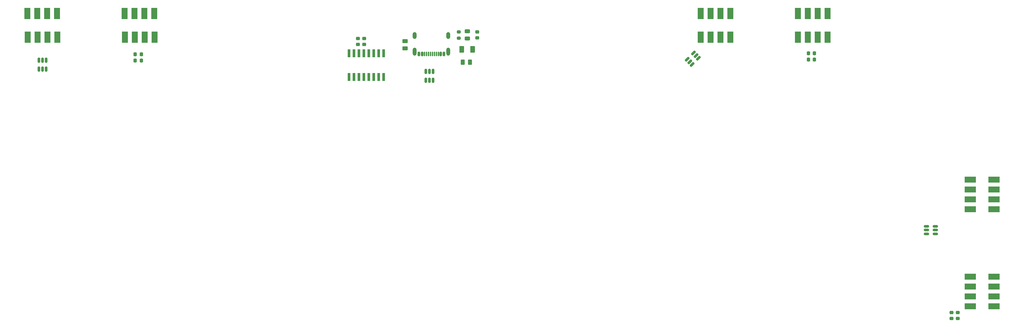
<source format=gtp>
G04 #@! TF.GenerationSoftware,KiCad,Pcbnew,8.0.4*
G04 #@! TF.CreationDate,2025-02-27T13:51:43-05:00*
G04 #@! TF.ProjectId,CustomKeyboard,43757374-6f6d-44b6-9579-626f6172642e,rev?*
G04 #@! TF.SameCoordinates,Original*
G04 #@! TF.FileFunction,Paste,Top*
G04 #@! TF.FilePolarity,Positive*
%FSLAX46Y46*%
G04 Gerber Fmt 4.6, Leading zero omitted, Abs format (unit mm)*
G04 Created by KiCad (PCBNEW 8.0.4) date 2025-02-27 13:51:43*
%MOMM*%
%LPD*%
G01*
G04 APERTURE LIST*
G04 Aperture macros list*
%AMRoundRect*
0 Rectangle with rounded corners*
0 $1 Rounding radius*
0 $2 $3 $4 $5 $6 $7 $8 $9 X,Y pos of 4 corners*
0 Add a 4 corners polygon primitive as box body*
4,1,4,$2,$3,$4,$5,$6,$7,$8,$9,$2,$3,0*
0 Add four circle primitives for the rounded corners*
1,1,$1+$1,$2,$3*
1,1,$1+$1,$4,$5*
1,1,$1+$1,$6,$7*
1,1,$1+$1,$8,$9*
0 Add four rect primitives between the rounded corners*
20,1,$1+$1,$2,$3,$4,$5,0*
20,1,$1+$1,$4,$5,$6,$7,0*
20,1,$1+$1,$6,$7,$8,$9,0*
20,1,$1+$1,$8,$9,$2,$3,0*%
G04 Aperture macros list end*
%ADD10R,3.000000X1.500000*%
%ADD11R,1.500000X3.000000*%
%ADD12RoundRect,0.150000X-0.150000X0.512500X-0.150000X-0.512500X0.150000X-0.512500X0.150000X0.512500X0*%
%ADD13RoundRect,0.150000X0.512500X0.150000X-0.512500X0.150000X-0.512500X-0.150000X0.512500X-0.150000X0*%
%ADD14RoundRect,0.150000X0.256326X0.468458X-0.468458X-0.256326X-0.256326X-0.468458X0.468458X0.256326X0*%
%ADD15RoundRect,0.250000X-0.375000X-0.625000X0.375000X-0.625000X0.375000X0.625000X-0.375000X0.625000X0*%
%ADD16RoundRect,0.225000X0.250000X-0.225000X0.250000X0.225000X-0.250000X0.225000X-0.250000X-0.225000X0*%
%ADD17RoundRect,0.200000X-0.275000X0.200000X-0.275000X-0.200000X0.275000X-0.200000X0.275000X0.200000X0*%
%ADD18R,0.660400X2.032000*%
%ADD19O,1.000000X1.800000*%
%ADD20O,1.000000X2.100000*%
%ADD21RoundRect,0.150000X0.150000X0.425000X-0.150000X0.425000X-0.150000X-0.425000X0.150000X-0.425000X0*%
%ADD22RoundRect,0.075000X0.075000X0.500000X-0.075000X0.500000X-0.075000X-0.500000X0.075000X-0.500000X0*%
%ADD23RoundRect,0.250000X-0.450000X0.262500X-0.450000X-0.262500X0.450000X-0.262500X0.450000X0.262500X0*%
%ADD24RoundRect,0.225000X-0.250000X0.225000X-0.250000X-0.225000X0.250000X-0.225000X0.250000X0.225000X0*%
%ADD25RoundRect,0.225000X-0.225000X-0.250000X0.225000X-0.250000X0.225000X0.250000X-0.225000X0.250000X0*%
%ADD26RoundRect,0.150000X0.150000X-0.512500X0.150000X0.512500X-0.150000X0.512500X-0.150000X-0.512500X0*%
%ADD27RoundRect,0.243750X0.456250X-0.243750X0.456250X0.243750X-0.456250X0.243750X-0.456250X-0.243750X0*%
%ADD28RoundRect,0.250000X0.262500X0.450000X-0.262500X0.450000X-0.262500X-0.450000X0.262500X-0.450000X0*%
G04 APERTURE END LIST*
D10*
X338500000Y-108690000D03*
X338500000Y-111229999D03*
X338500000Y-113770001D03*
X338500000Y-116310000D03*
X338500000Y-83690000D03*
X338500000Y-86229999D03*
X338500000Y-88770001D03*
X338500000Y-91310000D03*
D11*
X288189999Y-41000000D03*
X290729998Y-41000000D03*
X293270000Y-41000000D03*
X295809999Y-41000000D03*
X263189999Y-40999999D03*
X265729998Y-40999999D03*
X268270000Y-40999999D03*
X270809999Y-40999999D03*
D12*
X95062499Y-55237500D03*
X94112500Y-55237500D03*
X93162501Y-55237500D03*
X93162501Y-52962500D03*
X94112500Y-52962500D03*
X95062499Y-52962500D03*
D13*
X323487500Y-97662499D03*
X323487500Y-96712500D03*
X323487500Y-95762501D03*
X321212500Y-95762501D03*
X321212500Y-96712500D03*
X321212500Y-97662499D03*
D14*
X261017417Y-54076085D03*
X260345666Y-53404334D03*
X259673915Y-52732583D03*
X261282583Y-51123915D03*
X261954334Y-51795666D03*
X262626085Y-52467417D03*
D15*
X201800000Y-50200000D03*
X204600000Y-50200000D03*
D16*
X175150000Y-48925000D03*
X175150000Y-47375000D03*
D17*
X201000000Y-45675000D03*
X201000000Y-47325000D03*
D10*
X332400000Y-91310000D03*
X332400000Y-86230000D03*
X332400000Y-88770000D03*
X332400000Y-83690000D03*
D18*
X172804999Y-57323400D03*
X174075000Y-57323400D03*
X175345001Y-57323400D03*
X176615000Y-57323400D03*
X177885000Y-57323400D03*
X179154999Y-57323400D03*
X180425000Y-57323400D03*
X181695001Y-57323400D03*
X181695001Y-51176600D03*
X180425000Y-51176600D03*
X179154999Y-51176600D03*
X177885000Y-51176600D03*
X176615000Y-51176600D03*
X175345001Y-51176600D03*
X174075000Y-51176600D03*
X172804999Y-51176600D03*
D11*
X295810000Y-47100000D03*
X290730000Y-47100000D03*
X293270000Y-47100000D03*
X288190000Y-47100000D03*
D19*
X189680000Y-46625000D03*
D20*
X189680000Y-50805000D03*
D19*
X198320000Y-46625000D03*
D20*
X198320000Y-50805000D03*
D21*
X197200000Y-51380000D03*
X196400000Y-51380000D03*
D22*
X195750000Y-51380000D03*
X194750000Y-51380000D03*
X193250000Y-51380000D03*
X192250000Y-51380000D03*
D21*
X191600000Y-51380000D03*
X190800000Y-51380000D03*
X190800000Y-51380000D03*
X191600000Y-51380000D03*
D22*
X192750000Y-51379999D03*
X193750000Y-51380000D03*
X194250000Y-51380000D03*
X195250000Y-51379999D03*
D21*
X196400000Y-51380000D03*
X197200000Y-51380000D03*
D11*
X122910000Y-47100000D03*
X117830000Y-47100000D03*
X120370000Y-47100000D03*
X115290000Y-47100000D03*
D23*
X187200000Y-48087500D03*
X187200000Y-49912500D03*
D24*
X329200000Y-117900000D03*
X329200000Y-119450000D03*
D25*
X117925000Y-51500000D03*
X119475000Y-51500000D03*
D10*
X332400000Y-116310000D03*
X332400000Y-111230000D03*
X332400000Y-113770000D03*
X332400000Y-108690000D03*
D26*
X192550002Y-58137500D03*
X193500001Y-58137500D03*
X194450000Y-58137500D03*
X194450000Y-55862500D03*
X193500001Y-55862500D03*
X192550002Y-55862500D03*
D27*
X203250000Y-47437501D03*
X203250000Y-45562499D03*
D24*
X205750000Y-45725000D03*
X205750000Y-47275000D03*
D25*
X290850000Y-51250000D03*
X292400000Y-51250000D03*
D11*
X97910000Y-47100000D03*
X92830000Y-47100000D03*
X95370000Y-47100000D03*
X90290000Y-47100000D03*
D16*
X176750000Y-48925000D03*
X176750000Y-47375000D03*
D24*
X327600000Y-117900000D03*
X327600000Y-119450000D03*
D25*
X117925000Y-53100000D03*
X119475000Y-53100000D03*
X290850000Y-52850000D03*
X292400000Y-52850000D03*
D11*
X270810000Y-47100000D03*
X265730000Y-47100000D03*
X268270000Y-47100000D03*
X263190000Y-47100000D03*
D28*
X203912500Y-53500000D03*
X202087500Y-53500000D03*
D11*
X115189998Y-41000000D03*
X120269999Y-41000000D03*
X117729997Y-41000000D03*
X122809998Y-41000000D03*
X90189998Y-40999999D03*
X95269999Y-40999999D03*
X92729997Y-40999999D03*
X97809998Y-40999999D03*
M02*

</source>
